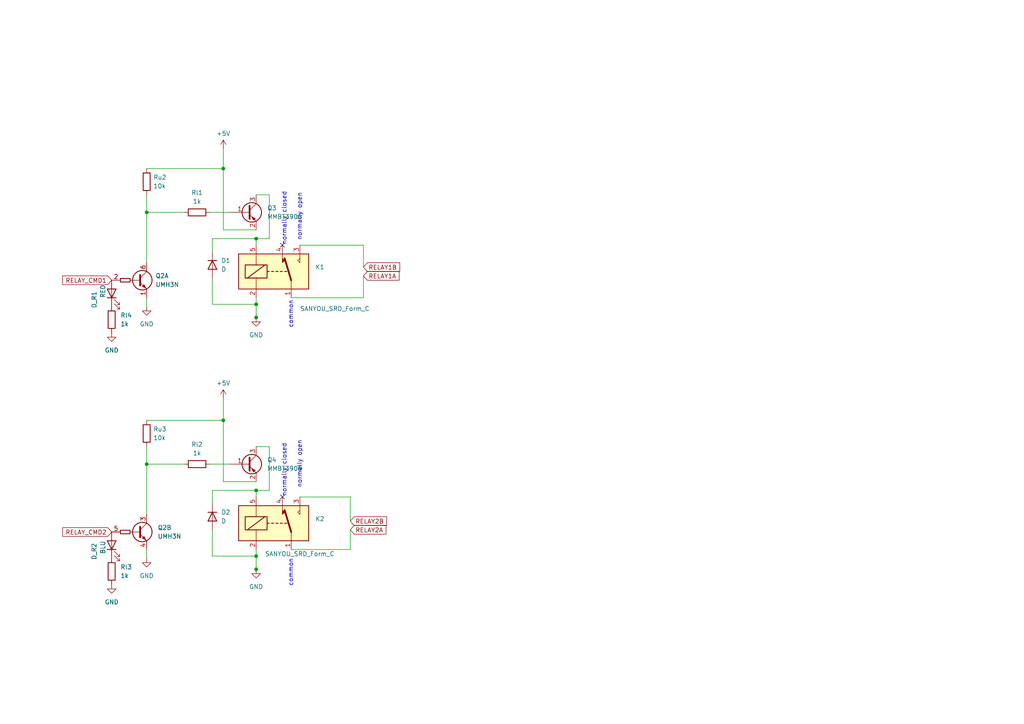
<source format=kicad_sch>
(kicad_sch (version 20230121) (generator eeschema)
  (paper "A4")
  (lib_symbols
    (symbol "Device:D" (pin_numbers hide) (pin_names (offset 1.016) hide)
      (property "Reference" "D" (at 0 2.54 0))
      (property "Value" "D" (at 0 -2.54 0))
      (symbol "D_0_1"
        (polyline (pts (xy -1.27 1.27) (xy -1.27 -1.27)) (stroke (width 0.254)))
        (polyline (pts (xy 1.27 0) (xy -1.27 0)))
        (polyline (pts (xy 1.27 1.27) (xy 1.27 -1.27) (xy -1.27 0) (xy 1.27 1.27)) (stroke (width 0.254)))
      )
      (symbol "D_1_1"
        (pin passive line (at -3.81 0 0) (length 2.54) (name "K") (number "1"))
        (pin passive line (at 3.81 0 180) (length 2.54) (name "A") (number "2"))
      )
    )
    (symbol "Device:LED" (pin_numbers hide) (pin_names (offset 1.016) hide)
      (property "Reference" "D" (at 0 2.54 0))
      (property "Value" "LED" (at 0 -2.54 0))
      (symbol "LED_0_1"
        (polyline (pts (xy -1.27 -1.27) (xy -1.27 1.27)) (stroke (width 0.254)))
        (polyline (pts (xy -1.27 0) (xy 1.27 0)))
        (polyline (pts (xy 1.27 -1.27) (xy 1.27 1.27) (xy -1.27 0) (xy 1.27 -1.27)) (stroke (width 0.254)))
        (polyline (pts (xy -3.048 -0.762) (xy -4.572 -2.286) (xy -3.81 -2.286) (xy -4.572 -2.286) (xy -4.572 -1.524)))
        (polyline (pts (xy -1.778 -0.762) (xy -3.302 -2.286) (xy -2.54 -2.286) (xy -3.302 -2.286) (xy -3.302 -1.524)))
      )
      (symbol "LED_1_1"
        (pin passive line (at -3.81 0 0) (length 2.54) (name "K") (number "1"))
        (pin passive line (at 3.81 0 180) (length 2.54) (name "A") (number "2"))
      )
    )
    (symbol "Device:R" (pin_numbers hide) (pin_names (offset 0))
      (property "Reference" "R" (at 2.032 0 90))
      (property "Value" "R" (at 0 0 90))
      (symbol "R_0_1"
        (rectangle (start -1.016 -2.54) (end 1.016 2.54) (stroke (width 0.254)))
      )
      (symbol "R_1_1"
        (pin passive line (at 0 3.81 270) (length 1.27) (name "~") (number "1"))
        (pin passive line (at 0 -3.81 90) (length 1.27) (name "~") (number "2"))
      )
    )
    (symbol "Relay:SANYOU_SRD_Form_C"
      (property "Reference" "K" (at 11.43 3.81 0))
      (property "Value" "SANYOU_SRD_Form_C" (at 11.43 1.27 0))
      (symbol "SANYOU_SRD_Form_C_0_0"
        (polyline (pts (xy 7.62 5.08) (xy 7.62 2.54) (xy 6.985 3.175) (xy 7.62 3.81)))
      )
      (symbol "SANYOU_SRD_Form_C_0_1"
        (rectangle (start -10.16 5.08) (end 10.16 -5.08) (stroke (width 0.254)) (fill (type background)))
        (rectangle (start -8.255 1.905) (end -1.905 -1.905) (stroke (width 0.254)))
        (polyline (pts (xy -7.62 -1.905) (xy -2.54 1.905)) (stroke (width 0.254)))
        (polyline (pts (xy -5.08 -5.08) (xy -5.08 -1.905)))
        (polyline (pts (xy -5.08 5.08) (xy -5.08 1.905)))
        (polyline (pts (xy -1.905 0) (xy -1.27 0)) (stroke (width 0.254)))
        (polyline (pts (xy -0.635 0) (xy 0 0)) (stroke (width 0.254)))
        (polyline (pts (xy 0.635 0) (xy 1.27 0)) (stroke (width 0.254)))
        (polyline (pts (xy 1.905 0) (xy 2.54 0)) (stroke (width 0.254)))
        (polyline (pts (xy 3.175 0) (xy 3.81 0)) (stroke (width 0.254)))
        (polyline (pts (xy 5.08 -2.54) (xy 3.175 3.81)) (stroke (width 0.508)))
        (polyline (pts (xy 5.08 -2.54) (xy 5.08 -5.08)))
      )
      (symbol "SANYOU_SRD_Form_C_1_1"
        (polyline (pts (xy 2.54 3.81) (xy 3.175 3.175) (xy 2.54 2.54) (xy 2.54 5.08)) (fill (type outline)))
        (pin passive line (at 5.08 -7.62 90) (length 2.54) (name "~") (number "1"))
        (pin passive line (at -5.08 -7.62 90) (length 2.54) (name "~") (number "2"))
        (pin passive line (at 7.62 7.62 270) (length 2.54) (name "~") (number "3"))
        (pin passive line (at 2.54 7.62 270) (length 2.54) (name "~") (number "4"))
        (pin passive line (at -5.08 7.62 270) (length 2.54) (name "~") (number "5"))
      )
    )
    (symbol "Transistor_BJT:MMBT3906" (pin_names (offset 0) hide)
      (property "Reference" "Q" (at 5.08 1.905 0))
      (property "Value" "MMBT3906" (at 5.08 0 0))
      (symbol "MMBT3906_0_1"
        (polyline (pts (xy 0.635 0.635) (xy 2.54 2.54)))
        (polyline (pts (xy 0.635 -0.635) (xy 2.54 -2.54) (xy 2.54 -2.54)))
        (polyline (pts (xy 0.635 1.905) (xy 0.635 -1.905) (xy 0.635 -1.905)) (stroke (width 0.508)))
        (polyline (pts (xy 2.286 -1.778) (xy 1.778 -2.286) (xy 1.27 -1.27) (xy 2.286 -1.778) (xy 2.286 -1.778)) (fill (type outline)))
        (circle (center 1.27 0) (radius 2.8194) (stroke (width 0.254)))
      )
      (symbol "MMBT3906_1_1"
        (pin input line (at -5.08 0 0) (length 5.715) (name "B") (number "1"))
        (pin passive line (at 2.54 -5.08 90) (length 2.54) (name "E") (number "2"))
        (pin passive line (at 2.54 5.08 270) (length 2.54) (name "C") (number "3"))
      )
    )
    (symbol "Transistor_BJT:UMH3N" (pin_names hide)
      (property "Reference" "Q" (at 7.62 1.27 0))
      (property "Value" "UMH3N" (at 7.62 -1.27 0))
      (symbol "UMH3N_0_1"
        (polyline (pts (xy 3.175 0) (xy 0.254 0)))
        (polyline (pts (xy 3.175 0.635) (xy 5.08 2.54)))
        (polyline (pts (xy 3.175 1.524) (xy 3.175 -1.524)) (stroke (width 0.508)))
        (polyline (pts (xy 3.175 -0.635) (xy 5.08 -2.54) (xy 5.08 -2.54)))
        (polyline (pts (xy 3.81 -1.778) (xy 4.318 -1.27) (xy 4.826 -2.286) (xy 3.81 -1.778) (xy 3.81 -1.778)) (fill (type outline)))
        (rectangle (start 0.254 0.508) (end -2.54 -0.508) (stroke (width 0.254)))
        (circle (center 3.81 0) (radius 2.8194) (stroke (width 0.254)))
      )
      (symbol "UMH3N_1_1"
        (pin passive line (at 5.08 -5.08 90) (length 2.54) (name "E1") (number "1"))
        (pin input line (at -5.08 0 0) (length 2.54) (name "B1") (number "2"))
        (pin passive line (at 5.08 5.08 270) (length 2.54) (name "C1") (number "6"))
      )
      (symbol "UMH3N_2_1"
        (pin passive line (at 5.08 5.08 270) (length 2.54) (name "C2") (number "3"))
        (pin passive line (at 5.08 -5.08 90) (length 2.54) (name "E2") (number "4"))
        (pin input line (at -5.08 0 0) (length 2.54) (name "B2") (number "5"))
      )
    )
    (symbol "power:+5V" (power) (pin_names (offset 0))
      (property "Value" "+5V" (at 0 3.556 0))
      (symbol "+5V_0_1"
        (polyline (pts (xy -0.762 1.27) (xy 0 2.54)))
        (polyline (pts (xy 0 0) (xy 0 2.54)))
        (polyline (pts (xy 0 2.54) (xy 0.762 1.27)))
      )
      (symbol "+5V_1_1"
        (pin power_in line (at 0 0 90) (length 0) hide (name "+5V") (number "1"))
      )
    )
    (symbol "power:GND" (power) (pin_names (offset 0))
      (property "Value" "GND" (at 0 -3.81 0))
      (symbol "GND_0_1"
        (polyline (pts (xy 0 0) (xy 0 -1.27) (xy 1.27 -1.27) (xy 0 -2.54) (xy -1.27 -1.27) (xy 0 -1.27)))
      )
      (symbol "GND_1_1"
        (pin power_in line (at 0 0 270) (length 0) hide (name "GND") (number "1"))
      )
    )
  )
  (junction (at 74.295 165.1))
  (junction (at 74.295 142.24))
  (junction (at 74.295 69.215))
  (junction (at 74.295 92.075))
  (junction (at 42.545 61.595))
  (junction (at 42.545 134.62))
  (junction (at 64.77 48.895))
  (junction (at 64.77 121.92))
  (junction (at 74.295 161.29))
  (junction (at 74.295 88.265))
  (no_connect (at 81.915 71.12))
  (no_connect (at 81.915 144.145))
  (wire (pts (xy 105.41 86.36) (xy 105.41 80.01)))
  (wire (pts (xy 84.455 159.385) (xy 101.6 159.385)))
  (wire (pts (xy 42.545 56.515) (xy 42.545 61.595)))
  (wire (pts (xy 61.595 88.265) (xy 61.595 80.645)))
  (wire (pts (xy 61.595 69.215) (xy 61.595 73.025)))
  (wire (pts (xy 78.105 129.54) (xy 78.105 142.24)))
  (wire (pts (xy 74.295 88.265) (xy 74.295 92.075)))
  (wire (pts (xy 84.455 86.36) (xy 105.41 86.36)))
  (wire (pts (xy 61.595 161.29) (xy 61.595 153.67)))
  (wire (pts (xy 74.295 142.24) (xy 74.295 144.145)))
  (wire (pts (xy 78.105 56.515) (xy 74.295 56.515)))
  (wire (pts (xy 74.295 92.075) (xy 74.295 92.71)))
  (wire (pts (xy 42.545 129.54) (xy 42.545 134.62)))
  (wire (pts (xy 74.295 165.1) (xy 74.295 165.735)))
  (wire (pts (xy 74.295 159.385) (xy 74.295 161.29)))
  (wire (pts (xy 42.545 134.62) (xy 42.545 149.225)))
  (wire (pts (xy 61.595 142.24) (xy 74.295 142.24)))
  (wire (pts (xy 42.545 121.92) (xy 64.77 121.92)))
  (wire (pts (xy 101.6 159.385) (xy 101.6 153.67)))
  (wire (pts (xy 74.295 88.265) (xy 61.595 88.265)))
  (wire (pts (xy 78.105 69.215) (xy 78.105 56.515)))
  (wire (pts (xy 86.995 71.12) (xy 105.41 71.12)))
  (wire (pts (xy 86.995 144.145) (xy 101.6 144.145)))
  (wire (pts (xy 42.545 86.36) (xy 42.545 88.9)))
  (wire (pts (xy 42.545 61.595) (xy 42.545 76.2)))
  (wire (pts (xy 74.295 86.36) (xy 74.295 88.265)))
  (wire (pts (xy 64.77 139.7) (xy 74.295 139.7)))
  (wire (pts (xy 64.77 121.92) (xy 64.77 139.7)))
  (wire (pts (xy 42.545 61.595) (xy 53.34 61.595)))
  (wire (pts (xy 64.77 121.92) (xy 64.77 115.57)))
  (wire (pts (xy 105.41 71.12) (xy 105.41 77.47)))
  (wire (pts (xy 74.295 69.215) (xy 78.105 69.215)))
  (wire (pts (xy 42.545 159.385) (xy 42.545 161.925)))
  (wire (pts (xy 74.295 129.54) (xy 78.105 129.54)))
  (wire (pts (xy 60.96 134.62) (xy 66.675 134.62)))
  (wire (pts (xy 64.77 66.675) (xy 64.77 48.895)))
  (wire (pts (xy 74.295 161.29) (xy 61.595 161.29)))
  (wire (pts (xy 74.295 66.675) (xy 64.77 66.675)))
  (wire (pts (xy 78.105 142.24) (xy 74.295 142.24)))
  (wire (pts (xy 64.77 48.895) (xy 64.77 43.18)))
  (wire (pts (xy 42.545 48.895) (xy 64.77 48.895)))
  (wire (pts (xy 101.6 144.145) (xy 101.6 151.13)))
  (wire (pts (xy 42.545 134.62) (xy 53.34 134.62)))
  (wire (pts (xy 74.295 69.215) (xy 74.295 71.12)))
  (wire (pts (xy 61.595 69.215) (xy 74.295 69.215)))
  (wire (pts (xy 74.295 161.29) (xy 74.295 165.1)))
  (wire (pts (xy 61.595 146.05) (xy 61.595 142.24)))
  (wire (pts (xy 60.96 61.595) (xy 66.675 61.595)))
  (text "normally closed" (at 83.185 144.145 90) (effects (font (size 1.27 1.27)) (justify left bottom)))
  (text "normally open" (at 87.63 141.605 90) (effects (font (size 1.27 1.27)) (justify left bottom)))
  (text "normally closed" (at 83.185 71.12 90) (effects (font (size 1.27 1.27)) (justify left bottom)))
  (text "normally open" (at 87.63 69.85 90) (effects (font (size 1.27 1.27)) (justify left bottom)))
  (text "common\n" (at 85.09 170.18 90) (effects (font (size 1.27 1.27)) (justify left bottom)))
  (text "common\n" (at 85.09 95.25 90) (effects (font (size 1.27 1.27)) (justify left bottom)))
  (global_label "RELAY_CMD2" (shape input) (at 32.385 154.305 180) (property "Intersheetrefs" "${INTERSHEET_REFS}" (effects hide)))
  (global_label "RELAY1B" (shape input) (at 105.41 77.47 0) (property "Intersheetrefs" "${INTERSHEET_REFS}" (effects hide)))
  (global_label "RELAY_CMD1" (shape input) (at 32.385 81.28 180) (property "Intersheetrefs" "${INTERSHEET_REFS}" (effects hide)))
  (global_label "RELAY1A" (shape input) (at 105.41 80.01 0) (property "Intersheetrefs" "${INTERSHEET_REFS}" (effects hide)))
  (global_label "RELAY2A" (shape input) (at 101.6 153.67 0) (property "Intersheetrefs" "${INTERSHEET_REFS}" (effects hide)))
  (global_label "RELAY2B" (shape input) (at 101.6 151.13 0) (property "Intersheetrefs" "${INTERSHEET_REFS}" (effects hide)))
  (symbol (lib_id "Device:LED") (at 32.385 85.09 90) (unit 1)
    (property "Reference" "D_R1" (at 27.305 84.455 0) (effects (justify right)))
    (property "Value" "RED" (at 29.845 82.55 0) (effects (justify right)))
    (property "Footprint" "LED_SMD:LED_0603_1608Metric" (effects hide))
  )
  (symbol (lib_id "power:+5V") (at 64.77 115.57 0) (unit 1)
    (property "Reference" "#PWR026" (effects hide))
    (property "Value" "+5V" (at 64.77 111.125 0))
  )
  (symbol (lib_id "Transistor_BJT:UMH3N") (at 37.465 154.305 0) (unit 2)
    (property "Reference" "Q2" (at 45.72 153.035 0) (effects (justify left)))
    (property "Value" "UMH3N" (at 45.72 155.575 0) (effects (justify left)))
    (property "Footprint" "Package_TO_SOT_SMD:SOT-363_SC-70-6" (effects hide))
    (property "Datasheet" "http://rohmfs.rohm.com/en/products/databook/datasheet/discrete/transistor/digital/emh3t2r-e.pdf" (effects hide))
  )
  (symbol (lib_id "Relay:SANYOU_SRD_Form_C") (at 79.375 151.765 0) (unit 1)
    (property "Reference" "K2" (at 91.44 150.495 0) (effects (justify left)))
    (property "Value" "SANYOU_SRD_Form_C" (at 76.835 160.655 0) (effects (justify left)))
    (property "Footprint" "Relay_THT:Relay_SPDT_SANYOU_SRD_Series_Form_C" (effects hide))
    (property "Datasheet" "http://www.sanyourelay.ca/public/products/pdf/SRD.pdf" (effects hide))
  )
  (symbol (lib_id "Device:R") (at 57.15 61.595 90) (unit 1)
    (property "Reference" "Rl1" (at 57.15 55.88 90))
    (property "Value" "1k" (at 57.15 58.42 90))
    (property "Footprint" "Resistor_SMD:R_0603_1608Metric" (effects hide))
  )
  (symbol (lib_id "Relay:SANYOU_SRD_Form_C") (at 79.375 78.74 0) (unit 1)
    (property "Reference" "K1" (at 91.44 77.47 0) (effects (justify left)))
    (property "Value" "SANYOU_SRD_Form_C" (at 86.995 89.535 0) (effects (justify left)))
    (property "Footprint" "Relay_THT:Relay_SPDT_SANYOU_SRD_Series_Form_C" (effects hide))
    (property "Datasheet" "http://www.sanyourelay.ca/public/products/pdf/SRD.pdf" (effects hide))
  )
  (symbol (lib_id "power:GND") (at 32.385 96.52 0) (unit 1)
    (property "Reference" "#PWR035" (effects hide))
    (property "Value" "GND" (at 32.385 101.6 0))
  )
  (symbol (lib_id "power:GND") (at 74.295 92.075 0) (unit 1)
    (property "Reference" "#PWR022" (effects hide))
    (property "Value" "GND" (at 74.295 97.155 0))
  )
  (symbol (lib_id "Transistor_BJT:MMBT3906") (at 71.755 134.62 0) (unit 1)
    (property "Reference" "Q4" (at 77.47 133.35 0) (effects (justify left)))
    (property "Value" "MMBT3906" (at 77.47 135.89 0) (effects (justify left)))
    (property "Footprint" "Package_TO_SOT_SMD:SOT-23" (effects hide))
    (property "Datasheet" "https://www.onsemi.com/pdf/datasheet/pzt3906-d.pdf" (effects hide))
  )
  (symbol (lib_id "Device:R") (at 42.545 52.705 0) (unit 1)
    (property "Reference" "Ru2" (at 44.45 51.435 0) (effects (justify left)))
    (property "Value" "10k" (at 44.45 53.975 0) (effects (justify left)))
    (property "Footprint" "Resistor_SMD:R_0603_1608Metric" (effects hide))
  )
  (symbol (lib_id "power:GND") (at 42.545 88.9 0) (unit 1)
    (property "Reference" "#PWR024" (effects hide))
    (property "Value" "GND" (at 42.545 93.98 0))
  )
  (symbol (lib_id "Transistor_BJT:MMBT3906") (at 71.755 61.595 0) (unit 1)
    (property "Reference" "Q3" (at 77.47 60.325 0) (effects (justify left)))
    (property "Value" "MMBT3906" (at 77.47 62.865 0) (effects (justify left)))
    (property "Footprint" "Package_TO_SOT_SMD:SOT-23" (effects hide))
    (property "Datasheet" "https://www.onsemi.com/pdf/datasheet/pzt3906-d.pdf" (effects hide))
  )
  (symbol (lib_id "power:GND") (at 32.385 169.545 0) (unit 1)
    (property "Reference" "#PWR034" (effects hide))
    (property "Value" "GND" (at 32.385 174.625 0))
  )
  (symbol (lib_id "Device:R") (at 42.545 125.73 0) (unit 1)
    (property "Reference" "Ru3" (at 44.45 124.46 0) (effects (justify left)))
    (property "Value" "10k" (at 44.45 127 0) (effects (justify left)))
    (property "Footprint" "Resistor_SMD:R_0603_1608Metric" (effects hide))
  )
  (symbol (lib_id "Device:R") (at 32.385 92.71 180) (unit 1)
    (property "Reference" "Rl4" (at 34.925 91.44 0) (effects (justify right)))
    (property "Value" "1k" (at 34.925 93.98 0) (effects (justify right)))
    (property "Footprint" "Resistor_SMD:R_0603_1608Metric" (effects hide))
  )
  (symbol (lib_id "power:GND") (at 74.295 165.1 0) (unit 1)
    (property "Reference" "#PWR027" (effects hide))
    (property "Value" "GND" (at 74.295 170.18 0))
  )
  (symbol (lib_id "Transistor_BJT:UMH3N") (at 37.465 81.28 0) (unit 1)
    (property "Reference" "Q2" (at 45.085 80.01 0) (effects (justify left)))
    (property "Value" "UMH3N" (at 45.085 82.55 0) (effects (justify left)))
    (property "Footprint" "Package_TO_SOT_SMD:SOT-363_SC-70-6" (effects hide))
    (property "Datasheet" "http://rohmfs.rohm.com/en/products/databook/datasheet/discrete/transistor/digital/emh3t2r-e.pdf" (effects hide))
  )
  (symbol (lib_id "power:+5V") (at 64.77 43.18 0) (unit 1)
    (property "Reference" "#PWR023" (effects hide))
    (property "Value" "+5V" (at 64.77 38.735 0))
  )
  (symbol (lib_id "Device:R") (at 57.15 134.62 90) (unit 1)
    (property "Reference" "Rl2" (at 57.15 128.905 90))
    (property "Value" "1k" (at 57.15 131.445 90))
    (property "Footprint" "Resistor_SMD:R_0603_1608Metric" (effects hide))
  )
  (symbol (lib_id "Device:D") (at 61.595 76.835 270) (unit 1)
    (property "Reference" "D1" (at 64.135 75.565 90) (effects (justify left)))
    (property "Value" "D" (at 64.135 78.105 90) (effects (justify left)))
    (property "Footprint" "Diode_SMD:D_SOD-323" (effects hide))
    (property "Sim.Device" "D" (effects hide))
    (property "Sim.Pins" "1=K 2=A" (effects hide))
  )
  (symbol (lib_id "Device:LED") (at 32.385 158.115 90) (unit 1)
    (property "Reference" "D_R2" (at 27.305 157.48 0) (effects (justify right)))
    (property "Value" "BLU" (at 29.845 156.845 0) (effects (justify right)))
    (property "Footprint" "LED_SMD:LED_0603_1608Metric" (effects hide))
  )
  (symbol (lib_id "Device:R") (at 32.385 165.735 180) (unit 1)
    (property "Reference" "Rl3" (at 34.925 164.465 0) (effects (justify right)))
    (property "Value" "1k" (at 34.925 167.005 0) (effects (justify right)))
    (property "Footprint" "Resistor_SMD:R_0603_1608Metric" (effects hide))
  )
  (symbol (lib_id "Device:D") (at 61.595 149.86 270) (unit 1)
    (property "Reference" "D2" (at 64.135 148.59 90) (effects (justify left)))
    (property "Value" "D" (at 64.135 151.13 90) (effects (justify left)))
    (property "Footprint" "Diode_SMD:D_SOD-323" (effects hide))
    (property "Sim.Device" "D" (effects hide))
    (property "Sim.Pins" "1=K 2=A" (effects hide))
  )
  (symbol (lib_id "power:GND") (at 42.545 161.925 0) (unit 1)
    (property "Reference" "#PWR025" (effects hide))
    (property "Value" "GND" (at 42.545 167.005 0))
  )
)
</source>
